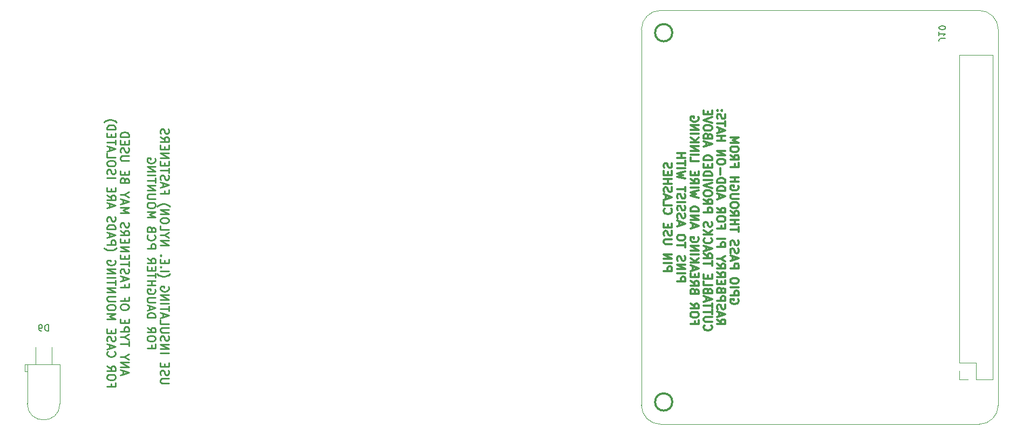
<source format=gbr>
%TF.GenerationSoftware,KiCad,Pcbnew,6.0.2-378541a8eb~116~ubuntu20.04.1*%
%TF.CreationDate,2022-03-22T16:19:33+00:00*%
%TF.ProjectId,Main board,4d61696e-2062-46f6-9172-642e6b696361,V1.0*%
%TF.SameCoordinates,Original*%
%TF.FileFunction,Legend,Bot*%
%TF.FilePolarity,Positive*%
%FSLAX46Y46*%
G04 Gerber Fmt 4.6, Leading zero omitted, Abs format (unit mm)*
G04 Created by KiCad (PCBNEW 6.0.2-378541a8eb~116~ubuntu20.04.1) date 2022-03-22 16:19:33*
%MOMM*%
%LPD*%
G01*
G04 APERTURE LIST*
%ADD10C,0.250000*%
%ADD11C,0.150000*%
%ADD12C,0.300000*%
%ADD13C,0.120000*%
G04 APERTURE END LIST*
D10*
X109037904Y-143110571D02*
X107985523Y-143110571D01*
X107861714Y-143048666D01*
X107799809Y-142986761D01*
X107737904Y-142862952D01*
X107737904Y-142615333D01*
X107799809Y-142491523D01*
X107861714Y-142429619D01*
X107985523Y-142367714D01*
X109037904Y-142367714D01*
X107799809Y-141810571D02*
X107737904Y-141624857D01*
X107737904Y-141315333D01*
X107799809Y-141191523D01*
X107861714Y-141129619D01*
X107985523Y-141067714D01*
X108109333Y-141067714D01*
X108233142Y-141129619D01*
X108295047Y-141191523D01*
X108356952Y-141315333D01*
X108418857Y-141562952D01*
X108480761Y-141686761D01*
X108542666Y-141748666D01*
X108666476Y-141810571D01*
X108790285Y-141810571D01*
X108914095Y-141748666D01*
X108976000Y-141686761D01*
X109037904Y-141562952D01*
X109037904Y-141253428D01*
X108976000Y-141067714D01*
X108418857Y-140510571D02*
X108418857Y-140077238D01*
X107737904Y-139891523D02*
X107737904Y-140510571D01*
X109037904Y-140510571D01*
X109037904Y-139891523D01*
X107737904Y-138343904D02*
X109037904Y-138343904D01*
X107737904Y-137724857D02*
X109037904Y-137724857D01*
X107737904Y-136982000D01*
X109037904Y-136982000D01*
X107799809Y-136424857D02*
X107737904Y-136239142D01*
X107737904Y-135929619D01*
X107799809Y-135805809D01*
X107861714Y-135743904D01*
X107985523Y-135682000D01*
X108109333Y-135682000D01*
X108233142Y-135743904D01*
X108295047Y-135805809D01*
X108356952Y-135929619D01*
X108418857Y-136177238D01*
X108480761Y-136301047D01*
X108542666Y-136362952D01*
X108666476Y-136424857D01*
X108790285Y-136424857D01*
X108914095Y-136362952D01*
X108976000Y-136301047D01*
X109037904Y-136177238D01*
X109037904Y-135867714D01*
X108976000Y-135682000D01*
X109037904Y-135124857D02*
X107985523Y-135124857D01*
X107861714Y-135062952D01*
X107799809Y-135001047D01*
X107737904Y-134877238D01*
X107737904Y-134629619D01*
X107799809Y-134505809D01*
X107861714Y-134443904D01*
X107985523Y-134382000D01*
X109037904Y-134382000D01*
X107737904Y-133143904D02*
X107737904Y-133762952D01*
X109037904Y-133762952D01*
X108109333Y-132772476D02*
X108109333Y-132153428D01*
X107737904Y-132896285D02*
X109037904Y-132462952D01*
X107737904Y-132029619D01*
X109037904Y-131782000D02*
X109037904Y-131039142D01*
X107737904Y-131410571D02*
X109037904Y-131410571D01*
X107737904Y-130605809D02*
X109037904Y-130605809D01*
X107737904Y-129986761D02*
X109037904Y-129986761D01*
X107737904Y-129243904D01*
X109037904Y-129243904D01*
X108976000Y-127943904D02*
X109037904Y-128067714D01*
X109037904Y-128253428D01*
X108976000Y-128439142D01*
X108852190Y-128562952D01*
X108728380Y-128624857D01*
X108480761Y-128686761D01*
X108295047Y-128686761D01*
X108047428Y-128624857D01*
X107923619Y-128562952D01*
X107799809Y-128439142D01*
X107737904Y-128253428D01*
X107737904Y-128129619D01*
X107799809Y-127943904D01*
X107861714Y-127882000D01*
X108295047Y-127882000D01*
X108295047Y-128129619D01*
X107242666Y-125962952D02*
X107304571Y-126024857D01*
X107490285Y-126148666D01*
X107614095Y-126210571D01*
X107799809Y-126272476D01*
X108109333Y-126334380D01*
X108356952Y-126334380D01*
X108666476Y-126272476D01*
X108852190Y-126210571D01*
X108976000Y-126148666D01*
X109161714Y-126024857D01*
X109223619Y-125962952D01*
X107737904Y-125467714D02*
X109037904Y-125467714D01*
X107861714Y-124848666D02*
X107799809Y-124786761D01*
X107737904Y-124848666D01*
X107799809Y-124910571D01*
X107861714Y-124848666D01*
X107737904Y-124848666D01*
X108418857Y-124229619D02*
X108418857Y-123796285D01*
X107737904Y-123610571D02*
X107737904Y-124229619D01*
X109037904Y-124229619D01*
X109037904Y-123610571D01*
X107861714Y-123053428D02*
X107799809Y-122991523D01*
X107737904Y-123053428D01*
X107799809Y-123115333D01*
X107861714Y-123053428D01*
X107737904Y-123053428D01*
X107737904Y-121443904D02*
X109037904Y-121443904D01*
X107737904Y-120701047D01*
X109037904Y-120701047D01*
X108356952Y-119834380D02*
X107737904Y-119834380D01*
X109037904Y-120267714D02*
X108356952Y-119834380D01*
X109037904Y-119401047D01*
X107737904Y-118348666D02*
X107737904Y-118967714D01*
X109037904Y-118967714D01*
X109037904Y-117667714D02*
X109037904Y-117420095D01*
X108976000Y-117296285D01*
X108852190Y-117172476D01*
X108604571Y-117110571D01*
X108171238Y-117110571D01*
X107923619Y-117172476D01*
X107799809Y-117296285D01*
X107737904Y-117420095D01*
X107737904Y-117667714D01*
X107799809Y-117791523D01*
X107923619Y-117915333D01*
X108171238Y-117977238D01*
X108604571Y-117977238D01*
X108852190Y-117915333D01*
X108976000Y-117791523D01*
X109037904Y-117667714D01*
X107737904Y-116553428D02*
X109037904Y-116553428D01*
X107737904Y-115810571D01*
X109037904Y-115810571D01*
X107242666Y-115315333D02*
X107304571Y-115253428D01*
X107490285Y-115129619D01*
X107614095Y-115067714D01*
X107799809Y-115005809D01*
X108109333Y-114943904D01*
X108356952Y-114943904D01*
X108666476Y-115005809D01*
X108852190Y-115067714D01*
X108976000Y-115129619D01*
X109161714Y-115253428D01*
X109223619Y-115315333D01*
X108418857Y-112901047D02*
X108418857Y-113334380D01*
X107737904Y-113334380D02*
X109037904Y-113334380D01*
X109037904Y-112715333D01*
X108109333Y-112282000D02*
X108109333Y-111662952D01*
X107737904Y-112405809D02*
X109037904Y-111972476D01*
X107737904Y-111539142D01*
X107799809Y-111167714D02*
X107737904Y-110982000D01*
X107737904Y-110672476D01*
X107799809Y-110548666D01*
X107861714Y-110486761D01*
X107985523Y-110424857D01*
X108109333Y-110424857D01*
X108233142Y-110486761D01*
X108295047Y-110548666D01*
X108356952Y-110672476D01*
X108418857Y-110920095D01*
X108480761Y-111043904D01*
X108542666Y-111105809D01*
X108666476Y-111167714D01*
X108790285Y-111167714D01*
X108914095Y-111105809D01*
X108976000Y-111043904D01*
X109037904Y-110920095D01*
X109037904Y-110610571D01*
X108976000Y-110424857D01*
X109037904Y-110053428D02*
X109037904Y-109310571D01*
X107737904Y-109682000D02*
X109037904Y-109682000D01*
X108418857Y-108877238D02*
X108418857Y-108443904D01*
X107737904Y-108258190D02*
X107737904Y-108877238D01*
X109037904Y-108877238D01*
X109037904Y-108258190D01*
X107737904Y-107701047D02*
X109037904Y-107701047D01*
X107737904Y-106958190D01*
X109037904Y-106958190D01*
X108418857Y-106339142D02*
X108418857Y-105905809D01*
X107737904Y-105720095D02*
X107737904Y-106339142D01*
X109037904Y-106339142D01*
X109037904Y-105720095D01*
X107737904Y-104420095D02*
X108356952Y-104853428D01*
X107737904Y-105162952D02*
X109037904Y-105162952D01*
X109037904Y-104667714D01*
X108976000Y-104543904D01*
X108914095Y-104482000D01*
X108790285Y-104420095D01*
X108604571Y-104420095D01*
X108480761Y-104482000D01*
X108418857Y-104543904D01*
X108356952Y-104667714D01*
X108356952Y-105162952D01*
X107799809Y-103924857D02*
X107737904Y-103739142D01*
X107737904Y-103429619D01*
X107799809Y-103305809D01*
X107861714Y-103243904D01*
X107985523Y-103182000D01*
X108109333Y-103182000D01*
X108233142Y-103243904D01*
X108295047Y-103305809D01*
X108356952Y-103429619D01*
X108418857Y-103677238D01*
X108480761Y-103801047D01*
X108542666Y-103862952D01*
X108666476Y-103924857D01*
X108790285Y-103924857D01*
X108914095Y-103862952D01*
X108976000Y-103801047D01*
X109037904Y-103677238D01*
X109037904Y-103367714D01*
X108976000Y-103182000D01*
X106325857Y-137136761D02*
X106325857Y-137570095D01*
X105644904Y-137570095D02*
X106944904Y-137570095D01*
X106944904Y-136951047D01*
X106944904Y-136208190D02*
X106944904Y-135960571D01*
X106883000Y-135836761D01*
X106759190Y-135712952D01*
X106511571Y-135651047D01*
X106078238Y-135651047D01*
X105830619Y-135712952D01*
X105706809Y-135836761D01*
X105644904Y-135960571D01*
X105644904Y-136208190D01*
X105706809Y-136332000D01*
X105830619Y-136455809D01*
X106078238Y-136517714D01*
X106511571Y-136517714D01*
X106759190Y-136455809D01*
X106883000Y-136332000D01*
X106944904Y-136208190D01*
X105644904Y-134351047D02*
X106263952Y-134784380D01*
X105644904Y-135093904D02*
X106944904Y-135093904D01*
X106944904Y-134598666D01*
X106883000Y-134474857D01*
X106821095Y-134412952D01*
X106697285Y-134351047D01*
X106511571Y-134351047D01*
X106387761Y-134412952D01*
X106325857Y-134474857D01*
X106263952Y-134598666D01*
X106263952Y-135093904D01*
X105644904Y-132803428D02*
X106944904Y-132803428D01*
X106944904Y-132493904D01*
X106883000Y-132308190D01*
X106759190Y-132184380D01*
X106635380Y-132122476D01*
X106387761Y-132060571D01*
X106202047Y-132060571D01*
X105954428Y-132122476D01*
X105830619Y-132184380D01*
X105706809Y-132308190D01*
X105644904Y-132493904D01*
X105644904Y-132803428D01*
X106016333Y-131565333D02*
X106016333Y-130946285D01*
X105644904Y-131689142D02*
X106944904Y-131255809D01*
X105644904Y-130822476D01*
X106944904Y-130389142D02*
X105892523Y-130389142D01*
X105768714Y-130327238D01*
X105706809Y-130265333D01*
X105644904Y-130141523D01*
X105644904Y-129893904D01*
X105706809Y-129770095D01*
X105768714Y-129708190D01*
X105892523Y-129646285D01*
X106944904Y-129646285D01*
X106883000Y-128346285D02*
X106944904Y-128470095D01*
X106944904Y-128655809D01*
X106883000Y-128841523D01*
X106759190Y-128965333D01*
X106635380Y-129027238D01*
X106387761Y-129089142D01*
X106202047Y-129089142D01*
X105954428Y-129027238D01*
X105830619Y-128965333D01*
X105706809Y-128841523D01*
X105644904Y-128655809D01*
X105644904Y-128532000D01*
X105706809Y-128346285D01*
X105768714Y-128284380D01*
X106202047Y-128284380D01*
X106202047Y-128532000D01*
X105644904Y-127727238D02*
X106944904Y-127727238D01*
X106325857Y-127727238D02*
X106325857Y-126984380D01*
X105644904Y-126984380D02*
X106944904Y-126984380D01*
X106944904Y-126551047D02*
X106944904Y-125808190D01*
X105644904Y-126179619D02*
X106944904Y-126179619D01*
X106325857Y-125374857D02*
X106325857Y-124941523D01*
X105644904Y-124755809D02*
X105644904Y-125374857D01*
X106944904Y-125374857D01*
X106944904Y-124755809D01*
X105644904Y-123455809D02*
X106263952Y-123889142D01*
X105644904Y-124198666D02*
X106944904Y-124198666D01*
X106944904Y-123703428D01*
X106883000Y-123579619D01*
X106821095Y-123517714D01*
X106697285Y-123455809D01*
X106511571Y-123455809D01*
X106387761Y-123517714D01*
X106325857Y-123579619D01*
X106263952Y-123703428D01*
X106263952Y-124198666D01*
X105644904Y-121908190D02*
X106944904Y-121908190D01*
X106944904Y-121412952D01*
X106883000Y-121289142D01*
X106821095Y-121227238D01*
X106697285Y-121165333D01*
X106511571Y-121165333D01*
X106387761Y-121227238D01*
X106325857Y-121289142D01*
X106263952Y-121412952D01*
X106263952Y-121908190D01*
X105768714Y-119865333D02*
X105706809Y-119927238D01*
X105644904Y-120112952D01*
X105644904Y-120236761D01*
X105706809Y-120422476D01*
X105830619Y-120546285D01*
X105954428Y-120608190D01*
X106202047Y-120670095D01*
X106387761Y-120670095D01*
X106635380Y-120608190D01*
X106759190Y-120546285D01*
X106883000Y-120422476D01*
X106944904Y-120236761D01*
X106944904Y-120112952D01*
X106883000Y-119927238D01*
X106821095Y-119865333D01*
X106325857Y-118874857D02*
X106263952Y-118689142D01*
X106202047Y-118627238D01*
X106078238Y-118565333D01*
X105892523Y-118565333D01*
X105768714Y-118627238D01*
X105706809Y-118689142D01*
X105644904Y-118812952D01*
X105644904Y-119308190D01*
X106944904Y-119308190D01*
X106944904Y-118874857D01*
X106883000Y-118751047D01*
X106821095Y-118689142D01*
X106697285Y-118627238D01*
X106573476Y-118627238D01*
X106449666Y-118689142D01*
X106387761Y-118751047D01*
X106325857Y-118874857D01*
X106325857Y-119308190D01*
X105644904Y-117017714D02*
X106944904Y-117017714D01*
X106016333Y-116584380D01*
X106944904Y-116151047D01*
X105644904Y-116151047D01*
X106944904Y-115284380D02*
X106944904Y-115036761D01*
X106883000Y-114912952D01*
X106759190Y-114789142D01*
X106511571Y-114727238D01*
X106078238Y-114727238D01*
X105830619Y-114789142D01*
X105706809Y-114912952D01*
X105644904Y-115036761D01*
X105644904Y-115284380D01*
X105706809Y-115408190D01*
X105830619Y-115532000D01*
X106078238Y-115593904D01*
X106511571Y-115593904D01*
X106759190Y-115532000D01*
X106883000Y-115408190D01*
X106944904Y-115284380D01*
X106944904Y-114170095D02*
X105892523Y-114170095D01*
X105768714Y-114108190D01*
X105706809Y-114046285D01*
X105644904Y-113922476D01*
X105644904Y-113674857D01*
X105706809Y-113551047D01*
X105768714Y-113489142D01*
X105892523Y-113427238D01*
X106944904Y-113427238D01*
X105644904Y-112808190D02*
X106944904Y-112808190D01*
X105644904Y-112065333D01*
X106944904Y-112065333D01*
X106944904Y-111632000D02*
X106944904Y-110889142D01*
X105644904Y-111260571D02*
X106944904Y-111260571D01*
X105644904Y-110455809D02*
X106944904Y-110455809D01*
X105644904Y-109836761D02*
X106944904Y-109836761D01*
X105644904Y-109093904D01*
X106944904Y-109093904D01*
X106883000Y-107793904D02*
X106944904Y-107917714D01*
X106944904Y-108103428D01*
X106883000Y-108289142D01*
X106759190Y-108412952D01*
X106635380Y-108474857D01*
X106387761Y-108536761D01*
X106202047Y-108536761D01*
X105954428Y-108474857D01*
X105830619Y-108412952D01*
X105706809Y-108289142D01*
X105644904Y-108103428D01*
X105644904Y-107979619D01*
X105706809Y-107793904D01*
X105768714Y-107732000D01*
X106202047Y-107732000D01*
X106202047Y-107979619D01*
X101830333Y-141717714D02*
X101830333Y-141098666D01*
X101458904Y-141841523D02*
X102758904Y-141408190D01*
X101458904Y-140974857D01*
X101458904Y-140541523D02*
X102758904Y-140541523D01*
X101458904Y-139798666D01*
X102758904Y-139798666D01*
X102077952Y-138932000D02*
X101458904Y-138932000D01*
X102758904Y-139365333D02*
X102077952Y-138932000D01*
X102758904Y-138498666D01*
X102758904Y-137260571D02*
X102758904Y-136517714D01*
X101458904Y-136889142D02*
X102758904Y-136889142D01*
X102077952Y-135836761D02*
X101458904Y-135836761D01*
X102758904Y-136270095D02*
X102077952Y-135836761D01*
X102758904Y-135403428D01*
X101458904Y-134970095D02*
X102758904Y-134970095D01*
X102758904Y-134474857D01*
X102697000Y-134351047D01*
X102635095Y-134289142D01*
X102511285Y-134227238D01*
X102325571Y-134227238D01*
X102201761Y-134289142D01*
X102139857Y-134351047D01*
X102077952Y-134474857D01*
X102077952Y-134970095D01*
X102139857Y-133670095D02*
X102139857Y-133236761D01*
X101458904Y-133051047D02*
X101458904Y-133670095D01*
X102758904Y-133670095D01*
X102758904Y-133051047D01*
X102758904Y-131255809D02*
X102758904Y-131008190D01*
X102697000Y-130884380D01*
X102573190Y-130760571D01*
X102325571Y-130698666D01*
X101892238Y-130698666D01*
X101644619Y-130760571D01*
X101520809Y-130884380D01*
X101458904Y-131008190D01*
X101458904Y-131255809D01*
X101520809Y-131379619D01*
X101644619Y-131503428D01*
X101892238Y-131565333D01*
X102325571Y-131565333D01*
X102573190Y-131503428D01*
X102697000Y-131379619D01*
X102758904Y-131255809D01*
X102139857Y-129708190D02*
X102139857Y-130141523D01*
X101458904Y-130141523D02*
X102758904Y-130141523D01*
X102758904Y-129522476D01*
X102139857Y-127603428D02*
X102139857Y-128036761D01*
X101458904Y-128036761D02*
X102758904Y-128036761D01*
X102758904Y-127417714D01*
X101830333Y-126984380D02*
X101830333Y-126365333D01*
X101458904Y-127108190D02*
X102758904Y-126674857D01*
X101458904Y-126241523D01*
X101520809Y-125870095D02*
X101458904Y-125684380D01*
X101458904Y-125374857D01*
X101520809Y-125251047D01*
X101582714Y-125189142D01*
X101706523Y-125127238D01*
X101830333Y-125127238D01*
X101954142Y-125189142D01*
X102016047Y-125251047D01*
X102077952Y-125374857D01*
X102139857Y-125622476D01*
X102201761Y-125746285D01*
X102263666Y-125808190D01*
X102387476Y-125870095D01*
X102511285Y-125870095D01*
X102635095Y-125808190D01*
X102697000Y-125746285D01*
X102758904Y-125622476D01*
X102758904Y-125312952D01*
X102697000Y-125127238D01*
X102758904Y-124755809D02*
X102758904Y-124012952D01*
X101458904Y-124384380D02*
X102758904Y-124384380D01*
X102139857Y-123579619D02*
X102139857Y-123146285D01*
X101458904Y-122960571D02*
X101458904Y-123579619D01*
X102758904Y-123579619D01*
X102758904Y-122960571D01*
X101458904Y-122403428D02*
X102758904Y-122403428D01*
X101458904Y-121660571D01*
X102758904Y-121660571D01*
X102139857Y-121041523D02*
X102139857Y-120608190D01*
X101458904Y-120422476D02*
X101458904Y-121041523D01*
X102758904Y-121041523D01*
X102758904Y-120422476D01*
X101458904Y-119122476D02*
X102077952Y-119555809D01*
X101458904Y-119865333D02*
X102758904Y-119865333D01*
X102758904Y-119370095D01*
X102697000Y-119246285D01*
X102635095Y-119184380D01*
X102511285Y-119122476D01*
X102325571Y-119122476D01*
X102201761Y-119184380D01*
X102139857Y-119246285D01*
X102077952Y-119370095D01*
X102077952Y-119865333D01*
X101520809Y-118627238D02*
X101458904Y-118441523D01*
X101458904Y-118132000D01*
X101520809Y-118008190D01*
X101582714Y-117946285D01*
X101706523Y-117884380D01*
X101830333Y-117884380D01*
X101954142Y-117946285D01*
X102016047Y-118008190D01*
X102077952Y-118132000D01*
X102139857Y-118379619D01*
X102201761Y-118503428D01*
X102263666Y-118565333D01*
X102387476Y-118627238D01*
X102511285Y-118627238D01*
X102635095Y-118565333D01*
X102697000Y-118503428D01*
X102758904Y-118379619D01*
X102758904Y-118070095D01*
X102697000Y-117884380D01*
X101458904Y-116336761D02*
X102758904Y-116336761D01*
X101830333Y-115903428D01*
X102758904Y-115470095D01*
X101458904Y-115470095D01*
X101830333Y-114912952D02*
X101830333Y-114293904D01*
X101458904Y-115036761D02*
X102758904Y-114603428D01*
X101458904Y-114170095D01*
X102077952Y-113489142D02*
X101458904Y-113489142D01*
X102758904Y-113922476D02*
X102077952Y-113489142D01*
X102758904Y-113055809D01*
X102139857Y-111198666D02*
X102077952Y-111012952D01*
X102016047Y-110951047D01*
X101892238Y-110889142D01*
X101706523Y-110889142D01*
X101582714Y-110951047D01*
X101520809Y-111012952D01*
X101458904Y-111136761D01*
X101458904Y-111632000D01*
X102758904Y-111632000D01*
X102758904Y-111198666D01*
X102697000Y-111074857D01*
X102635095Y-111012952D01*
X102511285Y-110951047D01*
X102387476Y-110951047D01*
X102263666Y-111012952D01*
X102201761Y-111074857D01*
X102139857Y-111198666D01*
X102139857Y-111632000D01*
X102139857Y-110332000D02*
X102139857Y-109898666D01*
X101458904Y-109712952D02*
X101458904Y-110332000D01*
X102758904Y-110332000D01*
X102758904Y-109712952D01*
X102758904Y-108165333D02*
X101706523Y-108165333D01*
X101582714Y-108103428D01*
X101520809Y-108041523D01*
X101458904Y-107917714D01*
X101458904Y-107670095D01*
X101520809Y-107546285D01*
X101582714Y-107484380D01*
X101706523Y-107422476D01*
X102758904Y-107422476D01*
X101520809Y-106865333D02*
X101458904Y-106679619D01*
X101458904Y-106370095D01*
X101520809Y-106246285D01*
X101582714Y-106184380D01*
X101706523Y-106122476D01*
X101830333Y-106122476D01*
X101954142Y-106184380D01*
X102016047Y-106246285D01*
X102077952Y-106370095D01*
X102139857Y-106617714D01*
X102201761Y-106741523D01*
X102263666Y-106803428D01*
X102387476Y-106865333D01*
X102511285Y-106865333D01*
X102635095Y-106803428D01*
X102697000Y-106741523D01*
X102758904Y-106617714D01*
X102758904Y-106308190D01*
X102697000Y-106122476D01*
X102139857Y-105565333D02*
X102139857Y-105132000D01*
X101458904Y-104946285D02*
X101458904Y-105565333D01*
X102758904Y-105565333D01*
X102758904Y-104946285D01*
X101458904Y-104389142D02*
X102758904Y-104389142D01*
X102758904Y-104079619D01*
X102697000Y-103893904D01*
X102573190Y-103770095D01*
X102449380Y-103708190D01*
X102201761Y-103646285D01*
X102016047Y-103646285D01*
X101768428Y-103708190D01*
X101644619Y-103770095D01*
X101520809Y-103893904D01*
X101458904Y-104079619D01*
X101458904Y-104389142D01*
X100046857Y-143203428D02*
X100046857Y-143636761D01*
X99365904Y-143636761D02*
X100665904Y-143636761D01*
X100665904Y-143017714D01*
X100665904Y-142274857D02*
X100665904Y-142027238D01*
X100604000Y-141903428D01*
X100480190Y-141779619D01*
X100232571Y-141717714D01*
X99799238Y-141717714D01*
X99551619Y-141779619D01*
X99427809Y-141903428D01*
X99365904Y-142027238D01*
X99365904Y-142274857D01*
X99427809Y-142398666D01*
X99551619Y-142522476D01*
X99799238Y-142584380D01*
X100232571Y-142584380D01*
X100480190Y-142522476D01*
X100604000Y-142398666D01*
X100665904Y-142274857D01*
X99365904Y-140417714D02*
X99984952Y-140851047D01*
X99365904Y-141160571D02*
X100665904Y-141160571D01*
X100665904Y-140665333D01*
X100604000Y-140541523D01*
X100542095Y-140479619D01*
X100418285Y-140417714D01*
X100232571Y-140417714D01*
X100108761Y-140479619D01*
X100046857Y-140541523D01*
X99984952Y-140665333D01*
X99984952Y-141160571D01*
X99489714Y-138127238D02*
X99427809Y-138189142D01*
X99365904Y-138374857D01*
X99365904Y-138498666D01*
X99427809Y-138684380D01*
X99551619Y-138808190D01*
X99675428Y-138870095D01*
X99923047Y-138932000D01*
X100108761Y-138932000D01*
X100356380Y-138870095D01*
X100480190Y-138808190D01*
X100604000Y-138684380D01*
X100665904Y-138498666D01*
X100665904Y-138374857D01*
X100604000Y-138189142D01*
X100542095Y-138127238D01*
X99737333Y-137632000D02*
X99737333Y-137012952D01*
X99365904Y-137755809D02*
X100665904Y-137322476D01*
X99365904Y-136889142D01*
X99427809Y-136517714D02*
X99365904Y-136332000D01*
X99365904Y-136022476D01*
X99427809Y-135898666D01*
X99489714Y-135836761D01*
X99613523Y-135774857D01*
X99737333Y-135774857D01*
X99861142Y-135836761D01*
X99923047Y-135898666D01*
X99984952Y-136022476D01*
X100046857Y-136270095D01*
X100108761Y-136393904D01*
X100170666Y-136455809D01*
X100294476Y-136517714D01*
X100418285Y-136517714D01*
X100542095Y-136455809D01*
X100604000Y-136393904D01*
X100665904Y-136270095D01*
X100665904Y-135960571D01*
X100604000Y-135774857D01*
X100046857Y-135217714D02*
X100046857Y-134784380D01*
X99365904Y-134598666D02*
X99365904Y-135217714D01*
X100665904Y-135217714D01*
X100665904Y-134598666D01*
X99365904Y-133051047D02*
X100665904Y-133051047D01*
X99737333Y-132617714D01*
X100665904Y-132184380D01*
X99365904Y-132184380D01*
X100665904Y-131317714D02*
X100665904Y-131070095D01*
X100604000Y-130946285D01*
X100480190Y-130822476D01*
X100232571Y-130760571D01*
X99799238Y-130760571D01*
X99551619Y-130822476D01*
X99427809Y-130946285D01*
X99365904Y-131070095D01*
X99365904Y-131317714D01*
X99427809Y-131441523D01*
X99551619Y-131565333D01*
X99799238Y-131627238D01*
X100232571Y-131627238D01*
X100480190Y-131565333D01*
X100604000Y-131441523D01*
X100665904Y-131317714D01*
X100665904Y-130203428D02*
X99613523Y-130203428D01*
X99489714Y-130141523D01*
X99427809Y-130079619D01*
X99365904Y-129955809D01*
X99365904Y-129708190D01*
X99427809Y-129584380D01*
X99489714Y-129522476D01*
X99613523Y-129460571D01*
X100665904Y-129460571D01*
X99365904Y-128841523D02*
X100665904Y-128841523D01*
X99365904Y-128098666D01*
X100665904Y-128098666D01*
X100665904Y-127665333D02*
X100665904Y-126922476D01*
X99365904Y-127293904D02*
X100665904Y-127293904D01*
X99365904Y-126489142D02*
X100665904Y-126489142D01*
X99365904Y-125870095D02*
X100665904Y-125870095D01*
X99365904Y-125127238D01*
X100665904Y-125127238D01*
X100604000Y-123827238D02*
X100665904Y-123951047D01*
X100665904Y-124136761D01*
X100604000Y-124322476D01*
X100480190Y-124446285D01*
X100356380Y-124508190D01*
X100108761Y-124570095D01*
X99923047Y-124570095D01*
X99675428Y-124508190D01*
X99551619Y-124446285D01*
X99427809Y-124322476D01*
X99365904Y-124136761D01*
X99365904Y-124012952D01*
X99427809Y-123827238D01*
X99489714Y-123765333D01*
X99923047Y-123765333D01*
X99923047Y-124012952D01*
X98870666Y-121846285D02*
X98932571Y-121908190D01*
X99118285Y-122032000D01*
X99242095Y-122093904D01*
X99427809Y-122155809D01*
X99737333Y-122217714D01*
X99984952Y-122217714D01*
X100294476Y-122155809D01*
X100480190Y-122093904D01*
X100604000Y-122032000D01*
X100789714Y-121908190D01*
X100851619Y-121846285D01*
X99365904Y-121351047D02*
X100665904Y-121351047D01*
X100665904Y-120855809D01*
X100604000Y-120732000D01*
X100542095Y-120670095D01*
X100418285Y-120608190D01*
X100232571Y-120608190D01*
X100108761Y-120670095D01*
X100046857Y-120732000D01*
X99984952Y-120855809D01*
X99984952Y-121351047D01*
X99737333Y-120112952D02*
X99737333Y-119493904D01*
X99365904Y-120236761D02*
X100665904Y-119803428D01*
X99365904Y-119370095D01*
X99365904Y-118936761D02*
X100665904Y-118936761D01*
X100665904Y-118627238D01*
X100604000Y-118441523D01*
X100480190Y-118317714D01*
X100356380Y-118255809D01*
X100108761Y-118193904D01*
X99923047Y-118193904D01*
X99675428Y-118255809D01*
X99551619Y-118317714D01*
X99427809Y-118441523D01*
X99365904Y-118627238D01*
X99365904Y-118936761D01*
X99427809Y-117698666D02*
X99365904Y-117512952D01*
X99365904Y-117203428D01*
X99427809Y-117079619D01*
X99489714Y-117017714D01*
X99613523Y-116955809D01*
X99737333Y-116955809D01*
X99861142Y-117017714D01*
X99923047Y-117079619D01*
X99984952Y-117203428D01*
X100046857Y-117451047D01*
X100108761Y-117574857D01*
X100170666Y-117636761D01*
X100294476Y-117698666D01*
X100418285Y-117698666D01*
X100542095Y-117636761D01*
X100604000Y-117574857D01*
X100665904Y-117451047D01*
X100665904Y-117141523D01*
X100604000Y-116955809D01*
X99737333Y-115470095D02*
X99737333Y-114851047D01*
X99365904Y-115593904D02*
X100665904Y-115160571D01*
X99365904Y-114727238D01*
X99365904Y-113551047D02*
X99984952Y-113984380D01*
X99365904Y-114293904D02*
X100665904Y-114293904D01*
X100665904Y-113798666D01*
X100604000Y-113674857D01*
X100542095Y-113612952D01*
X100418285Y-113551047D01*
X100232571Y-113551047D01*
X100108761Y-113612952D01*
X100046857Y-113674857D01*
X99984952Y-113798666D01*
X99984952Y-114293904D01*
X100046857Y-112993904D02*
X100046857Y-112560571D01*
X99365904Y-112374857D02*
X99365904Y-112993904D01*
X100665904Y-112993904D01*
X100665904Y-112374857D01*
X99365904Y-110827238D02*
X100665904Y-110827238D01*
X99427809Y-110270095D02*
X99365904Y-110084380D01*
X99365904Y-109774857D01*
X99427809Y-109651047D01*
X99489714Y-109589142D01*
X99613523Y-109527238D01*
X99737333Y-109527238D01*
X99861142Y-109589142D01*
X99923047Y-109651047D01*
X99984952Y-109774857D01*
X100046857Y-110022476D01*
X100108761Y-110146285D01*
X100170666Y-110208190D01*
X100294476Y-110270095D01*
X100418285Y-110270095D01*
X100542095Y-110208190D01*
X100604000Y-110146285D01*
X100665904Y-110022476D01*
X100665904Y-109712952D01*
X100604000Y-109527238D01*
X100665904Y-108722476D02*
X100665904Y-108474857D01*
X100604000Y-108351047D01*
X100480190Y-108227238D01*
X100232571Y-108165333D01*
X99799238Y-108165333D01*
X99551619Y-108227238D01*
X99427809Y-108351047D01*
X99365904Y-108474857D01*
X99365904Y-108722476D01*
X99427809Y-108846285D01*
X99551619Y-108970095D01*
X99799238Y-109032000D01*
X100232571Y-109032000D01*
X100480190Y-108970095D01*
X100604000Y-108846285D01*
X100665904Y-108722476D01*
X99365904Y-106989142D02*
X99365904Y-107608190D01*
X100665904Y-107608190D01*
X99737333Y-106617714D02*
X99737333Y-105998666D01*
X99365904Y-106741523D02*
X100665904Y-106308190D01*
X99365904Y-105874857D01*
X100665904Y-105627238D02*
X100665904Y-104884380D01*
X99365904Y-105255809D02*
X100665904Y-105255809D01*
X100046857Y-104451047D02*
X100046857Y-104017714D01*
X99365904Y-103832000D02*
X99365904Y-104451047D01*
X100665904Y-104451047D01*
X100665904Y-103832000D01*
X99365904Y-103274857D02*
X100665904Y-103274857D01*
X100665904Y-102965333D01*
X100604000Y-102779619D01*
X100480190Y-102655809D01*
X100356380Y-102593904D01*
X100108761Y-102532000D01*
X99923047Y-102532000D01*
X99675428Y-102593904D01*
X99551619Y-102655809D01*
X99427809Y-102779619D01*
X99365904Y-102965333D01*
X99365904Y-103274857D01*
X98870666Y-102098666D02*
X98932571Y-102036761D01*
X99118285Y-101912952D01*
X99242095Y-101851047D01*
X99427809Y-101789142D01*
X99737333Y-101727238D01*
X99984952Y-101727238D01*
X100294476Y-101789142D01*
X100480190Y-101851047D01*
X100604000Y-101912952D01*
X100789714Y-102036761D01*
X100851619Y-102098666D01*
D11*
%TO.C,J10*%
X230925619Y-88947523D02*
X230211333Y-88947523D01*
X230068476Y-88995142D01*
X229973238Y-89090380D01*
X229925619Y-89233238D01*
X229925619Y-89328476D01*
X229925619Y-87947523D02*
X229925619Y-88518952D01*
X229925619Y-88233238D02*
X230925619Y-88233238D01*
X230782761Y-88328476D01*
X230687523Y-88423714D01*
X230639904Y-88518952D01*
X230925619Y-87328476D02*
X230925619Y-87233238D01*
X230878000Y-87138000D01*
X230830380Y-87090380D01*
X230735142Y-87042761D01*
X230544666Y-86995142D01*
X230306571Y-86995142D01*
X230116095Y-87042761D01*
X230020857Y-87090380D01*
X229973238Y-87138000D01*
X229925619Y-87233238D01*
X229925619Y-87328476D01*
X229973238Y-87423714D01*
X230020857Y-87471333D01*
X230116095Y-87518952D01*
X230306571Y-87566571D01*
X230544666Y-87566571D01*
X230735142Y-87518952D01*
X230830380Y-87471333D01*
X230878000Y-87423714D01*
X230925619Y-87328476D01*
D12*
X198414500Y-129926190D02*
X198476404Y-130050000D01*
X198476404Y-130235714D01*
X198414500Y-130421428D01*
X198290690Y-130545238D01*
X198166880Y-130607142D01*
X197919261Y-130669047D01*
X197733547Y-130669047D01*
X197485928Y-130607142D01*
X197362119Y-130545238D01*
X197238309Y-130421428D01*
X197176404Y-130235714D01*
X197176404Y-130111904D01*
X197238309Y-129926190D01*
X197300214Y-129864285D01*
X197733547Y-129864285D01*
X197733547Y-130111904D01*
X197176404Y-129307142D02*
X198476404Y-129307142D01*
X198476404Y-128811904D01*
X198414500Y-128688095D01*
X198352595Y-128626190D01*
X198228785Y-128564285D01*
X198043071Y-128564285D01*
X197919261Y-128626190D01*
X197857357Y-128688095D01*
X197795452Y-128811904D01*
X197795452Y-129307142D01*
X197176404Y-128007142D02*
X198476404Y-128007142D01*
X198476404Y-127140476D02*
X198476404Y-126892857D01*
X198414500Y-126769047D01*
X198290690Y-126645238D01*
X198043071Y-126583333D01*
X197609738Y-126583333D01*
X197362119Y-126645238D01*
X197238309Y-126769047D01*
X197176404Y-126892857D01*
X197176404Y-127140476D01*
X197238309Y-127264285D01*
X197362119Y-127388095D01*
X197609738Y-127450000D01*
X198043071Y-127450000D01*
X198290690Y-127388095D01*
X198414500Y-127264285D01*
X198476404Y-127140476D01*
X197176404Y-125035714D02*
X198476404Y-125035714D01*
X198476404Y-124540476D01*
X198414500Y-124416666D01*
X198352595Y-124354761D01*
X198228785Y-124292857D01*
X198043071Y-124292857D01*
X197919261Y-124354761D01*
X197857357Y-124416666D01*
X197795452Y-124540476D01*
X197795452Y-125035714D01*
X197547833Y-123797619D02*
X197547833Y-123178571D01*
X197176404Y-123921428D02*
X198476404Y-123488095D01*
X197176404Y-123054761D01*
X197238309Y-122683333D02*
X197176404Y-122497619D01*
X197176404Y-122188095D01*
X197238309Y-122064285D01*
X197300214Y-122002380D01*
X197424023Y-121940476D01*
X197547833Y-121940476D01*
X197671642Y-122002380D01*
X197733547Y-122064285D01*
X197795452Y-122188095D01*
X197857357Y-122435714D01*
X197919261Y-122559523D01*
X197981166Y-122621428D01*
X198104976Y-122683333D01*
X198228785Y-122683333D01*
X198352595Y-122621428D01*
X198414500Y-122559523D01*
X198476404Y-122435714D01*
X198476404Y-122126190D01*
X198414500Y-121940476D01*
X197238309Y-121445238D02*
X197176404Y-121259523D01*
X197176404Y-120950000D01*
X197238309Y-120826190D01*
X197300214Y-120764285D01*
X197424023Y-120702380D01*
X197547833Y-120702380D01*
X197671642Y-120764285D01*
X197733547Y-120826190D01*
X197795452Y-120950000D01*
X197857357Y-121197619D01*
X197919261Y-121321428D01*
X197981166Y-121383333D01*
X198104976Y-121445238D01*
X198228785Y-121445238D01*
X198352595Y-121383333D01*
X198414500Y-121321428D01*
X198476404Y-121197619D01*
X198476404Y-120888095D01*
X198414500Y-120702380D01*
X198476404Y-119340476D02*
X198476404Y-118597619D01*
X197176404Y-118969047D02*
X198476404Y-118969047D01*
X197176404Y-118164285D02*
X198476404Y-118164285D01*
X197857357Y-118164285D02*
X197857357Y-117421428D01*
X197176404Y-117421428D02*
X198476404Y-117421428D01*
X197176404Y-116059523D02*
X197795452Y-116492857D01*
X197176404Y-116802380D02*
X198476404Y-116802380D01*
X198476404Y-116307142D01*
X198414500Y-116183333D01*
X198352595Y-116121428D01*
X198228785Y-116059523D01*
X198043071Y-116059523D01*
X197919261Y-116121428D01*
X197857357Y-116183333D01*
X197795452Y-116307142D01*
X197795452Y-116802380D01*
X198476404Y-115254761D02*
X198476404Y-115007142D01*
X198414500Y-114883333D01*
X198290690Y-114759523D01*
X198043071Y-114697619D01*
X197609738Y-114697619D01*
X197362119Y-114759523D01*
X197238309Y-114883333D01*
X197176404Y-115007142D01*
X197176404Y-115254761D01*
X197238309Y-115378571D01*
X197362119Y-115502380D01*
X197609738Y-115564285D01*
X198043071Y-115564285D01*
X198290690Y-115502380D01*
X198414500Y-115378571D01*
X198476404Y-115254761D01*
X198476404Y-114140476D02*
X197424023Y-114140476D01*
X197300214Y-114078571D01*
X197238309Y-114016666D01*
X197176404Y-113892857D01*
X197176404Y-113645238D01*
X197238309Y-113521428D01*
X197300214Y-113459523D01*
X197424023Y-113397619D01*
X198476404Y-113397619D01*
X198414500Y-112097619D02*
X198476404Y-112221428D01*
X198476404Y-112407142D01*
X198414500Y-112592857D01*
X198290690Y-112716666D01*
X198166880Y-112778571D01*
X197919261Y-112840476D01*
X197733547Y-112840476D01*
X197485928Y-112778571D01*
X197362119Y-112716666D01*
X197238309Y-112592857D01*
X197176404Y-112407142D01*
X197176404Y-112283333D01*
X197238309Y-112097619D01*
X197300214Y-112035714D01*
X197733547Y-112035714D01*
X197733547Y-112283333D01*
X197176404Y-111478571D02*
X198476404Y-111478571D01*
X197857357Y-111478571D02*
X197857357Y-110735714D01*
X197176404Y-110735714D02*
X198476404Y-110735714D01*
X197857357Y-108692857D02*
X197857357Y-109126190D01*
X197176404Y-109126190D02*
X198476404Y-109126190D01*
X198476404Y-108507142D01*
X197176404Y-107269047D02*
X197795452Y-107702380D01*
X197176404Y-108011904D02*
X198476404Y-108011904D01*
X198476404Y-107516666D01*
X198414500Y-107392857D01*
X198352595Y-107330952D01*
X198228785Y-107269047D01*
X198043071Y-107269047D01*
X197919261Y-107330952D01*
X197857357Y-107392857D01*
X197795452Y-107516666D01*
X197795452Y-108011904D01*
X198476404Y-106464285D02*
X198476404Y-106216666D01*
X198414500Y-106092857D01*
X198290690Y-105969047D01*
X198043071Y-105907142D01*
X197609738Y-105907142D01*
X197362119Y-105969047D01*
X197238309Y-106092857D01*
X197176404Y-106216666D01*
X197176404Y-106464285D01*
X197238309Y-106588095D01*
X197362119Y-106711904D01*
X197609738Y-106773809D01*
X198043071Y-106773809D01*
X198290690Y-106711904D01*
X198414500Y-106588095D01*
X198476404Y-106464285D01*
X197176404Y-105350000D02*
X198476404Y-105350000D01*
X197547833Y-104916666D01*
X198476404Y-104483333D01*
X197176404Y-104483333D01*
X195083404Y-133083333D02*
X195702452Y-133516666D01*
X195083404Y-133826190D02*
X196383404Y-133826190D01*
X196383404Y-133330952D01*
X196321500Y-133207142D01*
X196259595Y-133145238D01*
X196135785Y-133083333D01*
X195950071Y-133083333D01*
X195826261Y-133145238D01*
X195764357Y-133207142D01*
X195702452Y-133330952D01*
X195702452Y-133826190D01*
X195454833Y-132588095D02*
X195454833Y-131969047D01*
X195083404Y-132711904D02*
X196383404Y-132278571D01*
X195083404Y-131845238D01*
X195145309Y-131473809D02*
X195083404Y-131288095D01*
X195083404Y-130978571D01*
X195145309Y-130854761D01*
X195207214Y-130792857D01*
X195331023Y-130730952D01*
X195454833Y-130730952D01*
X195578642Y-130792857D01*
X195640547Y-130854761D01*
X195702452Y-130978571D01*
X195764357Y-131226190D01*
X195826261Y-131350000D01*
X195888166Y-131411904D01*
X196011976Y-131473809D01*
X196135785Y-131473809D01*
X196259595Y-131411904D01*
X196321500Y-131350000D01*
X196383404Y-131226190D01*
X196383404Y-130916666D01*
X196321500Y-130730952D01*
X195083404Y-130173809D02*
X196383404Y-130173809D01*
X196383404Y-129678571D01*
X196321500Y-129554761D01*
X196259595Y-129492857D01*
X196135785Y-129430952D01*
X195950071Y-129430952D01*
X195826261Y-129492857D01*
X195764357Y-129554761D01*
X195702452Y-129678571D01*
X195702452Y-130173809D01*
X195764357Y-128440476D02*
X195702452Y-128254761D01*
X195640547Y-128192857D01*
X195516738Y-128130952D01*
X195331023Y-128130952D01*
X195207214Y-128192857D01*
X195145309Y-128254761D01*
X195083404Y-128378571D01*
X195083404Y-128873809D01*
X196383404Y-128873809D01*
X196383404Y-128440476D01*
X196321500Y-128316666D01*
X196259595Y-128254761D01*
X196135785Y-128192857D01*
X196011976Y-128192857D01*
X195888166Y-128254761D01*
X195826261Y-128316666D01*
X195764357Y-128440476D01*
X195764357Y-128873809D01*
X195764357Y-127573809D02*
X195764357Y-127140476D01*
X195083404Y-126954761D02*
X195083404Y-127573809D01*
X196383404Y-127573809D01*
X196383404Y-126954761D01*
X195083404Y-125654761D02*
X195702452Y-126088095D01*
X195083404Y-126397619D02*
X196383404Y-126397619D01*
X196383404Y-125902380D01*
X196321500Y-125778571D01*
X196259595Y-125716666D01*
X196135785Y-125654761D01*
X195950071Y-125654761D01*
X195826261Y-125716666D01*
X195764357Y-125778571D01*
X195702452Y-125902380D01*
X195702452Y-126397619D01*
X195083404Y-124354761D02*
X195702452Y-124788095D01*
X195083404Y-125097619D02*
X196383404Y-125097619D01*
X196383404Y-124602380D01*
X196321500Y-124478571D01*
X196259595Y-124416666D01*
X196135785Y-124354761D01*
X195950071Y-124354761D01*
X195826261Y-124416666D01*
X195764357Y-124478571D01*
X195702452Y-124602380D01*
X195702452Y-125097619D01*
X195702452Y-123550000D02*
X195083404Y-123550000D01*
X196383404Y-123983333D02*
X195702452Y-123550000D01*
X196383404Y-123116666D01*
X195083404Y-121692857D02*
X196383404Y-121692857D01*
X196383404Y-121197619D01*
X196321500Y-121073809D01*
X196259595Y-121011904D01*
X196135785Y-120950000D01*
X195950071Y-120950000D01*
X195826261Y-121011904D01*
X195764357Y-121073809D01*
X195702452Y-121197619D01*
X195702452Y-121692857D01*
X195083404Y-120392857D02*
X196383404Y-120392857D01*
X195764357Y-118350000D02*
X195764357Y-118783333D01*
X195083404Y-118783333D02*
X196383404Y-118783333D01*
X196383404Y-118164285D01*
X196383404Y-117421428D02*
X196383404Y-117173809D01*
X196321500Y-117050000D01*
X196197690Y-116926190D01*
X195950071Y-116864285D01*
X195516738Y-116864285D01*
X195269119Y-116926190D01*
X195145309Y-117050000D01*
X195083404Y-117173809D01*
X195083404Y-117421428D01*
X195145309Y-117545238D01*
X195269119Y-117669047D01*
X195516738Y-117730952D01*
X195950071Y-117730952D01*
X196197690Y-117669047D01*
X196321500Y-117545238D01*
X196383404Y-117421428D01*
X195083404Y-115564285D02*
X195702452Y-115997619D01*
X195083404Y-116307142D02*
X196383404Y-116307142D01*
X196383404Y-115811904D01*
X196321500Y-115688095D01*
X196259595Y-115626190D01*
X196135785Y-115564285D01*
X195950071Y-115564285D01*
X195826261Y-115626190D01*
X195764357Y-115688095D01*
X195702452Y-115811904D01*
X195702452Y-116307142D01*
X195454833Y-114078571D02*
X195454833Y-113459523D01*
X195083404Y-114202380D02*
X196383404Y-113769047D01*
X195083404Y-113335714D01*
X195083404Y-112902380D02*
X196383404Y-112902380D01*
X196383404Y-112592857D01*
X196321500Y-112407142D01*
X196197690Y-112283333D01*
X196073880Y-112221428D01*
X195826261Y-112159523D01*
X195640547Y-112159523D01*
X195392928Y-112221428D01*
X195269119Y-112283333D01*
X195145309Y-112407142D01*
X195083404Y-112592857D01*
X195083404Y-112902380D01*
X195083404Y-111602380D02*
X196383404Y-111602380D01*
X196383404Y-111292857D01*
X196321500Y-111107142D01*
X196197690Y-110983333D01*
X196073880Y-110921428D01*
X195826261Y-110859523D01*
X195640547Y-110859523D01*
X195392928Y-110921428D01*
X195269119Y-110983333D01*
X195145309Y-111107142D01*
X195083404Y-111292857D01*
X195083404Y-111602380D01*
X195578642Y-110302380D02*
X195578642Y-109311904D01*
X196383404Y-108445238D02*
X196383404Y-108197619D01*
X196321500Y-108073809D01*
X196197690Y-107950000D01*
X195950071Y-107888095D01*
X195516738Y-107888095D01*
X195269119Y-107950000D01*
X195145309Y-108073809D01*
X195083404Y-108197619D01*
X195083404Y-108445238D01*
X195145309Y-108569047D01*
X195269119Y-108692857D01*
X195516738Y-108754761D01*
X195950071Y-108754761D01*
X196197690Y-108692857D01*
X196321500Y-108569047D01*
X196383404Y-108445238D01*
X195083404Y-107330952D02*
X196383404Y-107330952D01*
X195083404Y-106588095D01*
X196383404Y-106588095D01*
X195083404Y-104978571D02*
X196383404Y-104978571D01*
X195764357Y-104978571D02*
X195764357Y-104235714D01*
X195083404Y-104235714D02*
X196383404Y-104235714D01*
X195454833Y-103678571D02*
X195454833Y-103059523D01*
X195083404Y-103802380D02*
X196383404Y-103369047D01*
X195083404Y-102935714D01*
X196383404Y-102688095D02*
X196383404Y-101945238D01*
X195083404Y-102316666D02*
X196383404Y-102316666D01*
X195145309Y-101573809D02*
X195083404Y-101388095D01*
X195083404Y-101078571D01*
X195145309Y-100954761D01*
X195207214Y-100892857D01*
X195331023Y-100830952D01*
X195454833Y-100830952D01*
X195578642Y-100892857D01*
X195640547Y-100954761D01*
X195702452Y-101078571D01*
X195764357Y-101326190D01*
X195826261Y-101450000D01*
X195888166Y-101511904D01*
X196011976Y-101573809D01*
X196135785Y-101573809D01*
X196259595Y-101511904D01*
X196321500Y-101450000D01*
X196383404Y-101326190D01*
X196383404Y-101016666D01*
X196321500Y-100830952D01*
X195207214Y-100273809D02*
X195145309Y-100211904D01*
X195083404Y-100273809D01*
X195145309Y-100335714D01*
X195207214Y-100273809D01*
X195083404Y-100273809D01*
X195888166Y-100273809D02*
X195826261Y-100211904D01*
X195764357Y-100273809D01*
X195826261Y-100335714D01*
X195888166Y-100273809D01*
X195764357Y-100273809D01*
X193114214Y-134011904D02*
X193052309Y-134073809D01*
X192990404Y-134259523D01*
X192990404Y-134383333D01*
X193052309Y-134569047D01*
X193176119Y-134692857D01*
X193299928Y-134754761D01*
X193547547Y-134816666D01*
X193733261Y-134816666D01*
X193980880Y-134754761D01*
X194104690Y-134692857D01*
X194228500Y-134569047D01*
X194290404Y-134383333D01*
X194290404Y-134259523D01*
X194228500Y-134073809D01*
X194166595Y-134011904D01*
X194290404Y-133454761D02*
X193238023Y-133454761D01*
X193114214Y-133392857D01*
X193052309Y-133330952D01*
X192990404Y-133207142D01*
X192990404Y-132959523D01*
X193052309Y-132835714D01*
X193114214Y-132773809D01*
X193238023Y-132711904D01*
X194290404Y-132711904D01*
X194290404Y-132278571D02*
X194290404Y-131535714D01*
X192990404Y-131907142D02*
X194290404Y-131907142D01*
X194290404Y-131288095D02*
X194290404Y-130545238D01*
X192990404Y-130916666D02*
X194290404Y-130916666D01*
X193361833Y-130173809D02*
X193361833Y-129554761D01*
X192990404Y-130297619D02*
X194290404Y-129864285D01*
X192990404Y-129430952D01*
X193671357Y-128564285D02*
X193609452Y-128378571D01*
X193547547Y-128316666D01*
X193423738Y-128254761D01*
X193238023Y-128254761D01*
X193114214Y-128316666D01*
X193052309Y-128378571D01*
X192990404Y-128502380D01*
X192990404Y-128997619D01*
X194290404Y-128997619D01*
X194290404Y-128564285D01*
X194228500Y-128440476D01*
X194166595Y-128378571D01*
X194042785Y-128316666D01*
X193918976Y-128316666D01*
X193795166Y-128378571D01*
X193733261Y-128440476D01*
X193671357Y-128564285D01*
X193671357Y-128997619D01*
X192990404Y-127078571D02*
X192990404Y-127697619D01*
X194290404Y-127697619D01*
X193671357Y-126645238D02*
X193671357Y-126211904D01*
X192990404Y-126026190D02*
X192990404Y-126645238D01*
X194290404Y-126645238D01*
X194290404Y-126026190D01*
X194290404Y-124664285D02*
X194290404Y-123921428D01*
X192990404Y-124292857D02*
X194290404Y-124292857D01*
X192990404Y-122745238D02*
X193609452Y-123178571D01*
X192990404Y-123488095D02*
X194290404Y-123488095D01*
X194290404Y-122992857D01*
X194228500Y-122869047D01*
X194166595Y-122807142D01*
X194042785Y-122745238D01*
X193857071Y-122745238D01*
X193733261Y-122807142D01*
X193671357Y-122869047D01*
X193609452Y-122992857D01*
X193609452Y-123488095D01*
X193361833Y-122250000D02*
X193361833Y-121630952D01*
X192990404Y-122373809D02*
X194290404Y-121940476D01*
X192990404Y-121507142D01*
X193114214Y-120330952D02*
X193052309Y-120392857D01*
X192990404Y-120578571D01*
X192990404Y-120702380D01*
X193052309Y-120888095D01*
X193176119Y-121011904D01*
X193299928Y-121073809D01*
X193547547Y-121135714D01*
X193733261Y-121135714D01*
X193980880Y-121073809D01*
X194104690Y-121011904D01*
X194228500Y-120888095D01*
X194290404Y-120702380D01*
X194290404Y-120578571D01*
X194228500Y-120392857D01*
X194166595Y-120330952D01*
X192990404Y-119773809D02*
X194290404Y-119773809D01*
X192990404Y-119030952D02*
X193733261Y-119588095D01*
X194290404Y-119030952D02*
X193547547Y-119773809D01*
X193052309Y-118535714D02*
X192990404Y-118350000D01*
X192990404Y-118040476D01*
X193052309Y-117916666D01*
X193114214Y-117854761D01*
X193238023Y-117792857D01*
X193361833Y-117792857D01*
X193485642Y-117854761D01*
X193547547Y-117916666D01*
X193609452Y-118040476D01*
X193671357Y-118288095D01*
X193733261Y-118411904D01*
X193795166Y-118473809D01*
X193918976Y-118535714D01*
X194042785Y-118535714D01*
X194166595Y-118473809D01*
X194228500Y-118411904D01*
X194290404Y-118288095D01*
X194290404Y-117978571D01*
X194228500Y-117792857D01*
X192990404Y-116245238D02*
X194290404Y-116245238D01*
X194290404Y-115750000D01*
X194228500Y-115626190D01*
X194166595Y-115564285D01*
X194042785Y-115502380D01*
X193857071Y-115502380D01*
X193733261Y-115564285D01*
X193671357Y-115626190D01*
X193609452Y-115750000D01*
X193609452Y-116245238D01*
X192990404Y-114202380D02*
X193609452Y-114635714D01*
X192990404Y-114945238D02*
X194290404Y-114945238D01*
X194290404Y-114450000D01*
X194228500Y-114326190D01*
X194166595Y-114264285D01*
X194042785Y-114202380D01*
X193857071Y-114202380D01*
X193733261Y-114264285D01*
X193671357Y-114326190D01*
X193609452Y-114450000D01*
X193609452Y-114945238D01*
X194290404Y-113397619D02*
X194290404Y-113150000D01*
X194228500Y-113026190D01*
X194104690Y-112902380D01*
X193857071Y-112840476D01*
X193423738Y-112840476D01*
X193176119Y-112902380D01*
X193052309Y-113026190D01*
X192990404Y-113150000D01*
X192990404Y-113397619D01*
X193052309Y-113521428D01*
X193176119Y-113645238D01*
X193423738Y-113707142D01*
X193857071Y-113707142D01*
X194104690Y-113645238D01*
X194228500Y-113521428D01*
X194290404Y-113397619D01*
X194290404Y-112469047D02*
X192990404Y-112035714D01*
X194290404Y-111602380D01*
X192990404Y-111169047D02*
X194290404Y-111169047D01*
X192990404Y-110550000D02*
X194290404Y-110550000D01*
X194290404Y-110240476D01*
X194228500Y-110054761D01*
X194104690Y-109930952D01*
X193980880Y-109869047D01*
X193733261Y-109807142D01*
X193547547Y-109807142D01*
X193299928Y-109869047D01*
X193176119Y-109930952D01*
X193052309Y-110054761D01*
X192990404Y-110240476D01*
X192990404Y-110550000D01*
X193671357Y-109250000D02*
X193671357Y-108816666D01*
X192990404Y-108630952D02*
X192990404Y-109250000D01*
X194290404Y-109250000D01*
X194290404Y-108630952D01*
X192990404Y-108073809D02*
X194290404Y-108073809D01*
X194290404Y-107764285D01*
X194228500Y-107578571D01*
X194104690Y-107454761D01*
X193980880Y-107392857D01*
X193733261Y-107330952D01*
X193547547Y-107330952D01*
X193299928Y-107392857D01*
X193176119Y-107454761D01*
X193052309Y-107578571D01*
X192990404Y-107764285D01*
X192990404Y-108073809D01*
X193361833Y-105845238D02*
X193361833Y-105226190D01*
X192990404Y-105969047D02*
X194290404Y-105535714D01*
X192990404Y-105102380D01*
X193671357Y-104235714D02*
X193609452Y-104050000D01*
X193547547Y-103988095D01*
X193423738Y-103926190D01*
X193238023Y-103926190D01*
X193114214Y-103988095D01*
X193052309Y-104050000D01*
X192990404Y-104173809D01*
X192990404Y-104669047D01*
X194290404Y-104669047D01*
X194290404Y-104235714D01*
X194228500Y-104111904D01*
X194166595Y-104050000D01*
X194042785Y-103988095D01*
X193918976Y-103988095D01*
X193795166Y-104050000D01*
X193733261Y-104111904D01*
X193671357Y-104235714D01*
X193671357Y-104669047D01*
X194290404Y-103121428D02*
X194290404Y-102873809D01*
X194228500Y-102750000D01*
X194104690Y-102626190D01*
X193857071Y-102564285D01*
X193423738Y-102564285D01*
X193176119Y-102626190D01*
X193052309Y-102750000D01*
X192990404Y-102873809D01*
X192990404Y-103121428D01*
X193052309Y-103245238D01*
X193176119Y-103369047D01*
X193423738Y-103430952D01*
X193857071Y-103430952D01*
X194104690Y-103369047D01*
X194228500Y-103245238D01*
X194290404Y-103121428D01*
X194290404Y-102192857D02*
X192990404Y-101759523D01*
X194290404Y-101326190D01*
X193671357Y-100892857D02*
X193671357Y-100459523D01*
X192990404Y-100273809D02*
X192990404Y-100892857D01*
X194290404Y-100892857D01*
X194290404Y-100273809D01*
X191578357Y-133392857D02*
X191578357Y-133826190D01*
X190897404Y-133826190D02*
X192197404Y-133826190D01*
X192197404Y-133207142D01*
X192197404Y-132464285D02*
X192197404Y-132216666D01*
X192135500Y-132092857D01*
X192011690Y-131969047D01*
X191764071Y-131907142D01*
X191330738Y-131907142D01*
X191083119Y-131969047D01*
X190959309Y-132092857D01*
X190897404Y-132216666D01*
X190897404Y-132464285D01*
X190959309Y-132588095D01*
X191083119Y-132711904D01*
X191330738Y-132773809D01*
X191764071Y-132773809D01*
X192011690Y-132711904D01*
X192135500Y-132588095D01*
X192197404Y-132464285D01*
X190897404Y-130607142D02*
X191516452Y-131040476D01*
X190897404Y-131350000D02*
X192197404Y-131350000D01*
X192197404Y-130854761D01*
X192135500Y-130730952D01*
X192073595Y-130669047D01*
X191949785Y-130607142D01*
X191764071Y-130607142D01*
X191640261Y-130669047D01*
X191578357Y-130730952D01*
X191516452Y-130854761D01*
X191516452Y-131350000D01*
X191578357Y-128626190D02*
X191516452Y-128440476D01*
X191454547Y-128378571D01*
X191330738Y-128316666D01*
X191145023Y-128316666D01*
X191021214Y-128378571D01*
X190959309Y-128440476D01*
X190897404Y-128564285D01*
X190897404Y-129059523D01*
X192197404Y-129059523D01*
X192197404Y-128626190D01*
X192135500Y-128502380D01*
X192073595Y-128440476D01*
X191949785Y-128378571D01*
X191825976Y-128378571D01*
X191702166Y-128440476D01*
X191640261Y-128502380D01*
X191578357Y-128626190D01*
X191578357Y-129059523D01*
X190897404Y-127016666D02*
X191516452Y-127450000D01*
X190897404Y-127759523D02*
X192197404Y-127759523D01*
X192197404Y-127264285D01*
X192135500Y-127140476D01*
X192073595Y-127078571D01*
X191949785Y-127016666D01*
X191764071Y-127016666D01*
X191640261Y-127078571D01*
X191578357Y-127140476D01*
X191516452Y-127264285D01*
X191516452Y-127759523D01*
X191578357Y-126459523D02*
X191578357Y-126026190D01*
X190897404Y-125840476D02*
X190897404Y-126459523D01*
X192197404Y-126459523D01*
X192197404Y-125840476D01*
X191268833Y-125345238D02*
X191268833Y-124726190D01*
X190897404Y-125469047D02*
X192197404Y-125035714D01*
X190897404Y-124602380D01*
X190897404Y-124169047D02*
X192197404Y-124169047D01*
X190897404Y-123426190D02*
X191640261Y-123983333D01*
X192197404Y-123426190D02*
X191454547Y-124169047D01*
X190897404Y-122869047D02*
X192197404Y-122869047D01*
X190897404Y-122250000D02*
X192197404Y-122250000D01*
X190897404Y-121507142D01*
X192197404Y-121507142D01*
X192135500Y-120207142D02*
X192197404Y-120330952D01*
X192197404Y-120516666D01*
X192135500Y-120702380D01*
X192011690Y-120826190D01*
X191887880Y-120888095D01*
X191640261Y-120950000D01*
X191454547Y-120950000D01*
X191206928Y-120888095D01*
X191083119Y-120826190D01*
X190959309Y-120702380D01*
X190897404Y-120516666D01*
X190897404Y-120392857D01*
X190959309Y-120207142D01*
X191021214Y-120145238D01*
X191454547Y-120145238D01*
X191454547Y-120392857D01*
X191268833Y-118659523D02*
X191268833Y-118040476D01*
X190897404Y-118783333D02*
X192197404Y-118350000D01*
X190897404Y-117916666D01*
X190897404Y-117483333D02*
X192197404Y-117483333D01*
X190897404Y-116740476D01*
X192197404Y-116740476D01*
X190897404Y-116121428D02*
X192197404Y-116121428D01*
X192197404Y-115811904D01*
X192135500Y-115626190D01*
X192011690Y-115502380D01*
X191887880Y-115440476D01*
X191640261Y-115378571D01*
X191454547Y-115378571D01*
X191206928Y-115440476D01*
X191083119Y-115502380D01*
X190959309Y-115626190D01*
X190897404Y-115811904D01*
X190897404Y-116121428D01*
X192197404Y-113954761D02*
X190897404Y-113645238D01*
X191825976Y-113397619D01*
X190897404Y-113150000D01*
X192197404Y-112840476D01*
X190897404Y-112345238D02*
X192197404Y-112345238D01*
X190897404Y-110983333D02*
X191516452Y-111416666D01*
X190897404Y-111726190D02*
X192197404Y-111726190D01*
X192197404Y-111230952D01*
X192135500Y-111107142D01*
X192073595Y-111045238D01*
X191949785Y-110983333D01*
X191764071Y-110983333D01*
X191640261Y-111045238D01*
X191578357Y-111107142D01*
X191516452Y-111230952D01*
X191516452Y-111726190D01*
X191578357Y-110426190D02*
X191578357Y-109992857D01*
X190897404Y-109807142D02*
X190897404Y-110426190D01*
X192197404Y-110426190D01*
X192197404Y-109807142D01*
X190897404Y-107640476D02*
X190897404Y-108259523D01*
X192197404Y-108259523D01*
X190897404Y-107207142D02*
X192197404Y-107207142D01*
X190897404Y-106588095D02*
X192197404Y-106588095D01*
X190897404Y-105845238D01*
X192197404Y-105845238D01*
X190897404Y-105226190D02*
X192197404Y-105226190D01*
X190897404Y-104483333D02*
X191640261Y-105040476D01*
X192197404Y-104483333D02*
X191454547Y-105226190D01*
X190897404Y-103926190D02*
X192197404Y-103926190D01*
X190897404Y-103307142D02*
X192197404Y-103307142D01*
X190897404Y-102564285D01*
X192197404Y-102564285D01*
X192135500Y-101264285D02*
X192197404Y-101388095D01*
X192197404Y-101573809D01*
X192135500Y-101759523D01*
X192011690Y-101883333D01*
X191887880Y-101945238D01*
X191640261Y-102007142D01*
X191454547Y-102007142D01*
X191206928Y-101945238D01*
X191083119Y-101883333D01*
X190959309Y-101759523D01*
X190897404Y-101573809D01*
X190897404Y-101450000D01*
X190959309Y-101264285D01*
X191021214Y-101202380D01*
X191454547Y-101202380D01*
X191454547Y-101450000D01*
X188804404Y-127109523D02*
X190104404Y-127109523D01*
X190104404Y-126614285D01*
X190042500Y-126490476D01*
X189980595Y-126428571D01*
X189856785Y-126366666D01*
X189671071Y-126366666D01*
X189547261Y-126428571D01*
X189485357Y-126490476D01*
X189423452Y-126614285D01*
X189423452Y-127109523D01*
X188804404Y-125809523D02*
X190104404Y-125809523D01*
X188804404Y-125190476D02*
X190104404Y-125190476D01*
X188804404Y-124447619D01*
X190104404Y-124447619D01*
X188866309Y-123890476D02*
X188804404Y-123704761D01*
X188804404Y-123395238D01*
X188866309Y-123271428D01*
X188928214Y-123209523D01*
X189052023Y-123147619D01*
X189175833Y-123147619D01*
X189299642Y-123209523D01*
X189361547Y-123271428D01*
X189423452Y-123395238D01*
X189485357Y-123642857D01*
X189547261Y-123766666D01*
X189609166Y-123828571D01*
X189732976Y-123890476D01*
X189856785Y-123890476D01*
X189980595Y-123828571D01*
X190042500Y-123766666D01*
X190104404Y-123642857D01*
X190104404Y-123333333D01*
X190042500Y-123147619D01*
X190104404Y-121785714D02*
X190104404Y-121042857D01*
X188804404Y-121414285D02*
X190104404Y-121414285D01*
X190104404Y-120361904D02*
X190104404Y-120114285D01*
X190042500Y-119990476D01*
X189918690Y-119866666D01*
X189671071Y-119804761D01*
X189237738Y-119804761D01*
X188990119Y-119866666D01*
X188866309Y-119990476D01*
X188804404Y-120114285D01*
X188804404Y-120361904D01*
X188866309Y-120485714D01*
X188990119Y-120609523D01*
X189237738Y-120671428D01*
X189671071Y-120671428D01*
X189918690Y-120609523D01*
X190042500Y-120485714D01*
X190104404Y-120361904D01*
X189175833Y-118319047D02*
X189175833Y-117700000D01*
X188804404Y-118442857D02*
X190104404Y-118009523D01*
X188804404Y-117576190D01*
X188866309Y-117204761D02*
X188804404Y-117019047D01*
X188804404Y-116709523D01*
X188866309Y-116585714D01*
X188928214Y-116523809D01*
X189052023Y-116461904D01*
X189175833Y-116461904D01*
X189299642Y-116523809D01*
X189361547Y-116585714D01*
X189423452Y-116709523D01*
X189485357Y-116957142D01*
X189547261Y-117080952D01*
X189609166Y-117142857D01*
X189732976Y-117204761D01*
X189856785Y-117204761D01*
X189980595Y-117142857D01*
X190042500Y-117080952D01*
X190104404Y-116957142D01*
X190104404Y-116647619D01*
X190042500Y-116461904D01*
X188866309Y-115966666D02*
X188804404Y-115780952D01*
X188804404Y-115471428D01*
X188866309Y-115347619D01*
X188928214Y-115285714D01*
X189052023Y-115223809D01*
X189175833Y-115223809D01*
X189299642Y-115285714D01*
X189361547Y-115347619D01*
X189423452Y-115471428D01*
X189485357Y-115719047D01*
X189547261Y-115842857D01*
X189609166Y-115904761D01*
X189732976Y-115966666D01*
X189856785Y-115966666D01*
X189980595Y-115904761D01*
X190042500Y-115842857D01*
X190104404Y-115719047D01*
X190104404Y-115409523D01*
X190042500Y-115223809D01*
X188804404Y-114666666D02*
X190104404Y-114666666D01*
X188866309Y-114109523D02*
X188804404Y-113923809D01*
X188804404Y-113614285D01*
X188866309Y-113490476D01*
X188928214Y-113428571D01*
X189052023Y-113366666D01*
X189175833Y-113366666D01*
X189299642Y-113428571D01*
X189361547Y-113490476D01*
X189423452Y-113614285D01*
X189485357Y-113861904D01*
X189547261Y-113985714D01*
X189609166Y-114047619D01*
X189732976Y-114109523D01*
X189856785Y-114109523D01*
X189980595Y-114047619D01*
X190042500Y-113985714D01*
X190104404Y-113861904D01*
X190104404Y-113552380D01*
X190042500Y-113366666D01*
X190104404Y-112995238D02*
X190104404Y-112252380D01*
X188804404Y-112623809D02*
X190104404Y-112623809D01*
X190104404Y-110952380D02*
X188804404Y-110642857D01*
X189732976Y-110395238D01*
X188804404Y-110147619D01*
X190104404Y-109838095D01*
X188804404Y-109342857D02*
X190104404Y-109342857D01*
X190104404Y-108909523D02*
X190104404Y-108166666D01*
X188804404Y-108538095D02*
X190104404Y-108538095D01*
X188804404Y-107733333D02*
X190104404Y-107733333D01*
X189485357Y-107733333D02*
X189485357Y-106990476D01*
X188804404Y-106990476D02*
X190104404Y-106990476D01*
X186711404Y-125500000D02*
X188011404Y-125500000D01*
X188011404Y-125004761D01*
X187949500Y-124880952D01*
X187887595Y-124819047D01*
X187763785Y-124757142D01*
X187578071Y-124757142D01*
X187454261Y-124819047D01*
X187392357Y-124880952D01*
X187330452Y-125004761D01*
X187330452Y-125500000D01*
X186711404Y-124200000D02*
X188011404Y-124200000D01*
X186711404Y-123580952D02*
X188011404Y-123580952D01*
X186711404Y-122838095D01*
X188011404Y-122838095D01*
X188011404Y-121228571D02*
X186959023Y-121228571D01*
X186835214Y-121166666D01*
X186773309Y-121104761D01*
X186711404Y-120980952D01*
X186711404Y-120733333D01*
X186773309Y-120609523D01*
X186835214Y-120547619D01*
X186959023Y-120485714D01*
X188011404Y-120485714D01*
X186773309Y-119928571D02*
X186711404Y-119742857D01*
X186711404Y-119433333D01*
X186773309Y-119309523D01*
X186835214Y-119247619D01*
X186959023Y-119185714D01*
X187082833Y-119185714D01*
X187206642Y-119247619D01*
X187268547Y-119309523D01*
X187330452Y-119433333D01*
X187392357Y-119680952D01*
X187454261Y-119804761D01*
X187516166Y-119866666D01*
X187639976Y-119928571D01*
X187763785Y-119928571D01*
X187887595Y-119866666D01*
X187949500Y-119804761D01*
X188011404Y-119680952D01*
X188011404Y-119371428D01*
X187949500Y-119185714D01*
X187392357Y-118628571D02*
X187392357Y-118195238D01*
X186711404Y-118009523D02*
X186711404Y-118628571D01*
X188011404Y-118628571D01*
X188011404Y-118009523D01*
X186835214Y-115719047D02*
X186773309Y-115780952D01*
X186711404Y-115966666D01*
X186711404Y-116090476D01*
X186773309Y-116276190D01*
X186897119Y-116400000D01*
X187020928Y-116461904D01*
X187268547Y-116523809D01*
X187454261Y-116523809D01*
X187701880Y-116461904D01*
X187825690Y-116400000D01*
X187949500Y-116276190D01*
X188011404Y-116090476D01*
X188011404Y-115966666D01*
X187949500Y-115780952D01*
X187887595Y-115719047D01*
X186711404Y-114542857D02*
X186711404Y-115161904D01*
X188011404Y-115161904D01*
X187082833Y-114171428D02*
X187082833Y-113552380D01*
X186711404Y-114295238D02*
X188011404Y-113861904D01*
X186711404Y-113428571D01*
X186773309Y-113057142D02*
X186711404Y-112871428D01*
X186711404Y-112561904D01*
X186773309Y-112438095D01*
X186835214Y-112376190D01*
X186959023Y-112314285D01*
X187082833Y-112314285D01*
X187206642Y-112376190D01*
X187268547Y-112438095D01*
X187330452Y-112561904D01*
X187392357Y-112809523D01*
X187454261Y-112933333D01*
X187516166Y-112995238D01*
X187639976Y-113057142D01*
X187763785Y-113057142D01*
X187887595Y-112995238D01*
X187949500Y-112933333D01*
X188011404Y-112809523D01*
X188011404Y-112500000D01*
X187949500Y-112314285D01*
X186711404Y-111757142D02*
X188011404Y-111757142D01*
X187392357Y-111757142D02*
X187392357Y-111014285D01*
X186711404Y-111014285D02*
X188011404Y-111014285D01*
X187392357Y-110395238D02*
X187392357Y-109961904D01*
X186711404Y-109776190D02*
X186711404Y-110395238D01*
X188011404Y-110395238D01*
X188011404Y-109776190D01*
X186773309Y-109280952D02*
X186711404Y-109095238D01*
X186711404Y-108785714D01*
X186773309Y-108661904D01*
X186835214Y-108600000D01*
X186959023Y-108538095D01*
X187082833Y-108538095D01*
X187206642Y-108600000D01*
X187268547Y-108661904D01*
X187330452Y-108785714D01*
X187392357Y-109033333D01*
X187454261Y-109157142D01*
X187516166Y-109219047D01*
X187639976Y-109280952D01*
X187763785Y-109280952D01*
X187887595Y-109219047D01*
X187949500Y-109157142D01*
X188011404Y-109033333D01*
X188011404Y-108723809D01*
X187949500Y-108538095D01*
D11*
%TO.C,D9*%
X90146095Y-134890380D02*
X90146095Y-133890380D01*
X89908000Y-133890380D01*
X89765142Y-133938000D01*
X89669904Y-134033238D01*
X89622285Y-134128476D01*
X89574666Y-134318952D01*
X89574666Y-134461809D01*
X89622285Y-134652285D01*
X89669904Y-134747523D01*
X89765142Y-134842761D01*
X89908000Y-134890380D01*
X90146095Y-134890380D01*
X89098476Y-134890380D02*
X88908000Y-134890380D01*
X88812761Y-134842761D01*
X88765142Y-134795142D01*
X88669904Y-134652285D01*
X88622285Y-134461809D01*
X88622285Y-134080857D01*
X88669904Y-133985619D01*
X88717523Y-133938000D01*
X88812761Y-133890380D01*
X89003238Y-133890380D01*
X89098476Y-133938000D01*
X89146095Y-133985619D01*
X89193714Y-134080857D01*
X89193714Y-134318952D01*
X89146095Y-134414190D01*
X89098476Y-134461809D01*
X89003238Y-134509428D01*
X88812761Y-134509428D01*
X88717523Y-134461809D01*
X88669904Y-134414190D01*
X88622285Y-134318952D01*
D12*
%TO.C,J10*%
X188062000Y-146050000D02*
G75*
G03*
X188062000Y-146050000I-1350000J0D01*
G01*
X188062000Y-88050000D02*
G75*
G03*
X188062000Y-88050000I-1350000J0D01*
G01*
D13*
X236212000Y-149550000D02*
G75*
G03*
X239212000Y-146550000I-1J3000001D01*
G01*
X186212000Y-84550000D02*
G75*
G03*
X183212000Y-87550000I1J-3000001D01*
G01*
X239212000Y-87550000D02*
G75*
G03*
X236212000Y-84550000I-3000001J-1D01*
G01*
X183212000Y-146550000D02*
G75*
G03*
X186212000Y-149550000I3000001J1D01*
G01*
X183212000Y-87550000D02*
X183212000Y-146550000D01*
X233112000Y-139910000D02*
X235712000Y-139910000D01*
X238312000Y-142510000D02*
X238312000Y-91590000D01*
X235712000Y-142510000D02*
X238312000Y-142510000D01*
X233112000Y-141180000D02*
X233112000Y-142510000D01*
X235712000Y-139910000D02*
X235712000Y-142510000D01*
X186212000Y-84550000D02*
X236212000Y-84550000D01*
X236212000Y-149550000D02*
X186212000Y-149550000D01*
X233112000Y-139910000D02*
X233112000Y-91590000D01*
X233112000Y-142510000D02*
X234442000Y-142510000D01*
X239212000Y-146550000D02*
X239212000Y-87550000D01*
X233112000Y-91590000D02*
X238312000Y-91590000D01*
%TO.C,D9*%
X86848000Y-146308000D02*
G75*
G03*
X91968000Y-146308000I2560000J0D01*
G01*
X88138000Y-137478000D02*
X88138000Y-140148000D01*
X86448000Y-141268000D02*
X86848000Y-141268000D01*
X86848000Y-141268000D02*
X86848000Y-140148000D01*
X86848000Y-140148000D02*
X86848000Y-146308000D01*
X90678000Y-140148000D02*
X90678000Y-140148000D01*
X88138000Y-140148000D02*
X88138000Y-137478000D01*
X90678000Y-140148000D02*
X90678000Y-137478000D01*
X86848000Y-140148000D02*
X86448000Y-140148000D01*
X91968000Y-140148000D02*
X91968000Y-146308000D01*
X91968000Y-140148000D02*
X86848000Y-140148000D01*
X86448000Y-140148000D02*
X86448000Y-141268000D01*
X90678000Y-137478000D02*
X90678000Y-137478000D01*
X90678000Y-137478000D02*
X90678000Y-140148000D01*
X88138000Y-137478000D02*
X88138000Y-137478000D01*
X88138000Y-140148000D02*
X88138000Y-140148000D01*
%TD*%
M02*

</source>
